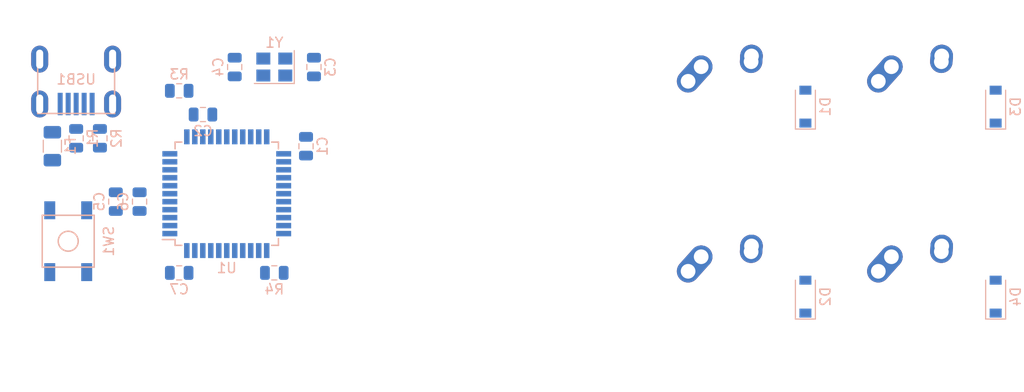
<source format=kicad_pcb>
(kicad_pcb (version 20171130) (host pcbnew "(5.0.2)-1")

  (general
    (thickness 1.6)
    (drawings 0)
    (tracks 0)
    (zones 0)
    (modules 24)
    (nets 49)
  )

  (page A4)
  (layers
    (0 F.Cu signal)
    (31 B.Cu signal)
    (32 B.Adhes user)
    (33 F.Adhes user)
    (34 B.Paste user)
    (35 F.Paste user)
    (36 B.SilkS user)
    (37 F.SilkS user)
    (38 B.Mask user)
    (39 F.Mask user)
    (40 Dwgs.User user)
    (41 Cmts.User user)
    (42 Eco1.User user)
    (43 Eco2.User user)
    (44 Edge.Cuts user)
    (45 Margin user)
    (46 B.CrtYd user)
    (47 F.CrtYd user)
    (48 B.Fab user)
    (49 F.Fab user)
  )

  (setup
    (last_trace_width 0.25)
    (trace_clearance 0.2)
    (zone_clearance 0.508)
    (zone_45_only no)
    (trace_min 0.2)
    (segment_width 0.2)
    (edge_width 0.15)
    (via_size 0.8)
    (via_drill 0.4)
    (via_min_size 0.4)
    (via_min_drill 0.3)
    (uvia_size 0.3)
    (uvia_drill 0.1)
    (uvias_allowed no)
    (uvia_min_size 0.2)
    (uvia_min_drill 0.1)
    (pcb_text_width 0.3)
    (pcb_text_size 1.5 1.5)
    (mod_edge_width 0.15)
    (mod_text_size 1 1)
    (mod_text_width 0.15)
    (pad_size 1.524 1.524)
    (pad_drill 0.762)
    (pad_to_mask_clearance 0.051)
    (solder_mask_min_width 0.25)
    (aux_axis_origin 0 0)
    (visible_elements 7FFFFFFF)
    (pcbplotparams
      (layerselection 0x010fc_ffffffff)
      (usegerberextensions false)
      (usegerberattributes false)
      (usegerberadvancedattributes false)
      (creategerberjobfile false)
      (excludeedgelayer true)
      (linewidth 0.100000)
      (plotframeref false)
      (viasonmask false)
      (mode 1)
      (useauxorigin false)
      (hpglpennumber 1)
      (hpglpenspeed 20)
      (hpglpendiameter 15.000000)
      (psnegative false)
      (psa4output false)
      (plotreference true)
      (plotvalue true)
      (plotinvisibletext false)
      (padsonsilk false)
      (subtractmaskfromsilk false)
      (outputformat 1)
      (mirror false)
      (drillshape 1)
      (scaleselection 1)
      (outputdirectory ""))
  )

  (net 0 "")
  (net 1 GND)
  (net 2 "Net-(R3-Pad2)")
  (net 3 "Net-(USB1-Pad2)")
  (net 4 D+)
  (net 5 D-)
  (net 6 VCC)
  (net 7 "Net-(R1-Pad1)")
  (net 8 "Net-(R2-Pad1)")
  (net 9 +5V)
  (net 10 "Net-(R4-Pad2)")
  (net 11 "Net-(U1-Pad1)")
  (net 12 "Net-(C6-Pad1)")
  (net 13 "Net-(U1-Pad8)")
  (net 14 "Net-(U1-Pad9)")
  (net 15 "Net-(U1-Pad10)")
  (net 16 "Net-(U1-Pad11)")
  (net 17 "Net-(U1-Pad12)")
  (net 18 "Net-(C4-Pad1)")
  (net 19 "Net-(C3-Pad1)")
  (net 20 "Net-(U1-Pad18)")
  (net 21 "Net-(U1-Pad19)")
  (net 22 "Net-(U1-Pad20)")
  (net 23 "Net-(U1-Pad21)")
  (net 24 "Net-(U1-Pad22)")
  (net 25 "Net-(U1-Pad25)")
  (net 26 "Net-(U1-Pad26)")
  (net 27 "Net-(U1-Pad27)")
  (net 28 "Net-(U1-Pad28)")
  (net 29 "Net-(U1-Pad29)")
  (net 30 "Net-(U1-Pad30)")
  (net 31 "Net-(U1-Pad31)")
  (net 32 "Net-(U1-Pad32)")
  (net 33 "Net-(U1-Pad36)")
  (net 34 "Net-(U1-Pad37)")
  (net 35 "Net-(U1-Pad38)")
  (net 36 "Net-(U1-Pad39)")
  (net 37 "Net-(U1-Pad40)")
  (net 38 "Net-(U1-Pad41)")
  (net 39 "Net-(U1-Pad42)")
  (net 40 "Net-(D1-Pad2)")
  (net 41 COL0)
  (net 42 "Net-(D2-Pad2)")
  (net 43 "Net-(D3-Pad2)")
  (net 44 COL1)
  (net 45 "Net-(D4-Pad2)")
  (net 46 ROW0)
  (net 47 ROW1)
  (net 48 "Net-(USB1-Pad6)")

  (net_class Default "This is the default net class."
    (clearance 0.2)
    (trace_width 0.25)
    (via_dia 0.8)
    (via_drill 0.4)
    (uvia_dia 0.3)
    (uvia_drill 0.1)
    (add_net +5V)
    (add_net COL0)
    (add_net COL1)
    (add_net D+)
    (add_net D-)
    (add_net GND)
    (add_net "Net-(C3-Pad1)")
    (add_net "Net-(C4-Pad1)")
    (add_net "Net-(C6-Pad1)")
    (add_net "Net-(D1-Pad2)")
    (add_net "Net-(D2-Pad2)")
    (add_net "Net-(D3-Pad2)")
    (add_net "Net-(D4-Pad2)")
    (add_net "Net-(R1-Pad1)")
    (add_net "Net-(R2-Pad1)")
    (add_net "Net-(R3-Pad2)")
    (add_net "Net-(R4-Pad2)")
    (add_net "Net-(U1-Pad1)")
    (add_net "Net-(U1-Pad10)")
    (add_net "Net-(U1-Pad11)")
    (add_net "Net-(U1-Pad12)")
    (add_net "Net-(U1-Pad18)")
    (add_net "Net-(U1-Pad19)")
    (add_net "Net-(U1-Pad20)")
    (add_net "Net-(U1-Pad21)")
    (add_net "Net-(U1-Pad22)")
    (add_net "Net-(U1-Pad25)")
    (add_net "Net-(U1-Pad26)")
    (add_net "Net-(U1-Pad27)")
    (add_net "Net-(U1-Pad28)")
    (add_net "Net-(U1-Pad29)")
    (add_net "Net-(U1-Pad30)")
    (add_net "Net-(U1-Pad31)")
    (add_net "Net-(U1-Pad32)")
    (add_net "Net-(U1-Pad36)")
    (add_net "Net-(U1-Pad37)")
    (add_net "Net-(U1-Pad38)")
    (add_net "Net-(U1-Pad39)")
    (add_net "Net-(U1-Pad40)")
    (add_net "Net-(U1-Pad41)")
    (add_net "Net-(U1-Pad42)")
    (add_net "Net-(U1-Pad8)")
    (add_net "Net-(U1-Pad9)")
    (add_net "Net-(USB1-Pad2)")
    (add_net "Net-(USB1-Pad6)")
    (add_net ROW0)
    (add_net ROW1)
    (add_net VCC)
  )

  (module Capacitor_SMD:C_0805_2012Metric (layer B.Cu) (tedit 5B36C52B) (tstamp 5D3BAD3F)
    (at 54.76875 84.93125 90)
    (descr "Capacitor SMD 0805 (2012 Metric), square (rectangular) end terminal, IPC_7351 nominal, (Body size source: https://docs.google.com/spreadsheets/d/1BsfQQcO9C6DZCsRaXUlFlo91Tg2WpOkGARC1WS5S8t0/edit?usp=sharing), generated with kicad-footprint-generator")
    (tags capacitor)
    (path /5D227304)
    (attr smd)
    (fp_text reference C1 (at 0 1.65 90) (layer B.SilkS)
      (effects (font (size 1 1) (thickness 0.15)) (justify mirror))
    )
    (fp_text value 0.1uF (at 0 -1.65 90) (layer B.Fab)
      (effects (font (size 1 1) (thickness 0.15)) (justify mirror))
    )
    (fp_line (start -1 -0.6) (end -1 0.6) (layer B.Fab) (width 0.1))
    (fp_line (start -1 0.6) (end 1 0.6) (layer B.Fab) (width 0.1))
    (fp_line (start 1 0.6) (end 1 -0.6) (layer B.Fab) (width 0.1))
    (fp_line (start 1 -0.6) (end -1 -0.6) (layer B.Fab) (width 0.1))
    (fp_line (start -0.258578 0.71) (end 0.258578 0.71) (layer B.SilkS) (width 0.12))
    (fp_line (start -0.258578 -0.71) (end 0.258578 -0.71) (layer B.SilkS) (width 0.12))
    (fp_line (start -1.68 -0.95) (end -1.68 0.95) (layer B.CrtYd) (width 0.05))
    (fp_line (start -1.68 0.95) (end 1.68 0.95) (layer B.CrtYd) (width 0.05))
    (fp_line (start 1.68 0.95) (end 1.68 -0.95) (layer B.CrtYd) (width 0.05))
    (fp_line (start 1.68 -0.95) (end -1.68 -0.95) (layer B.CrtYd) (width 0.05))
    (fp_text user %R (at 0 0 90) (layer B.Fab)
      (effects (font (size 0.5 0.5) (thickness 0.08)) (justify mirror))
    )
    (pad 1 smd roundrect (at -0.9375 0 90) (size 0.975 1.4) (layers B.Cu B.Paste B.Mask) (roundrect_rratio 0.25)
      (net 9 +5V))
    (pad 2 smd roundrect (at 0.9375 0 90) (size 0.975 1.4) (layers B.Cu B.Paste B.Mask) (roundrect_rratio 0.25)
      (net 1 GND))
    (model ${KISYS3DMOD}/Capacitor_SMD.3dshapes/C_0805_2012Metric.wrl
      (at (xyz 0 0 0))
      (scale (xyz 1 1 1))
      (rotate (xyz 0 0 0))
    )
  )

  (module Capacitor_SMD:C_0805_2012Metric (layer B.Cu) (tedit 5B36C52B) (tstamp 5D3BAD2E)
    (at 44.45 81.75625)
    (descr "Capacitor SMD 0805 (2012 Metric), square (rectangular) end terminal, IPC_7351 nominal, (Body size source: https://docs.google.com/spreadsheets/d/1BsfQQcO9C6DZCsRaXUlFlo91Tg2WpOkGARC1WS5S8t0/edit?usp=sharing), generated with kicad-footprint-generator")
    (tags capacitor)
    (path /5D227367)
    (attr smd)
    (fp_text reference C2 (at 0 1.65) (layer B.SilkS)
      (effects (font (size 1 1) (thickness 0.15)) (justify mirror))
    )
    (fp_text value 0.1uF (at 0 -1.65) (layer B.Fab)
      (effects (font (size 1 1) (thickness 0.15)) (justify mirror))
    )
    (fp_text user %R (at 0 0) (layer B.Fab)
      (effects (font (size 0.5 0.5) (thickness 0.08)) (justify mirror))
    )
    (fp_line (start 1.68 -0.95) (end -1.68 -0.95) (layer B.CrtYd) (width 0.05))
    (fp_line (start 1.68 0.95) (end 1.68 -0.95) (layer B.CrtYd) (width 0.05))
    (fp_line (start -1.68 0.95) (end 1.68 0.95) (layer B.CrtYd) (width 0.05))
    (fp_line (start -1.68 -0.95) (end -1.68 0.95) (layer B.CrtYd) (width 0.05))
    (fp_line (start -0.258578 -0.71) (end 0.258578 -0.71) (layer B.SilkS) (width 0.12))
    (fp_line (start -0.258578 0.71) (end 0.258578 0.71) (layer B.SilkS) (width 0.12))
    (fp_line (start 1 -0.6) (end -1 -0.6) (layer B.Fab) (width 0.1))
    (fp_line (start 1 0.6) (end 1 -0.6) (layer B.Fab) (width 0.1))
    (fp_line (start -1 0.6) (end 1 0.6) (layer B.Fab) (width 0.1))
    (fp_line (start -1 -0.6) (end -1 0.6) (layer B.Fab) (width 0.1))
    (pad 2 smd roundrect (at 0.9375 0) (size 0.975 1.4) (layers B.Cu B.Paste B.Mask) (roundrect_rratio 0.25)
      (net 1 GND))
    (pad 1 smd roundrect (at -0.9375 0) (size 0.975 1.4) (layers B.Cu B.Paste B.Mask) (roundrect_rratio 0.25)
      (net 9 +5V))
    (model ${KISYS3DMOD}/Capacitor_SMD.3dshapes/C_0805_2012Metric.wrl
      (at (xyz 0 0 0))
      (scale (xyz 1 1 1))
      (rotate (xyz 0 0 0))
    )
  )

  (module Capacitor_SMD:C_0805_2012Metric (layer B.Cu) (tedit 5B36C52B) (tstamp 5D3BAD1D)
    (at 55.5625 76.99375 90)
    (descr "Capacitor SMD 0805 (2012 Metric), square (rectangular) end terminal, IPC_7351 nominal, (Body size source: https://docs.google.com/spreadsheets/d/1BsfQQcO9C6DZCsRaXUlFlo91Tg2WpOkGARC1WS5S8t0/edit?usp=sharing), generated with kicad-footprint-generator")
    (tags capacitor)
    (path /5D22A638)
    (attr smd)
    (fp_text reference C3 (at 0 1.65 90) (layer B.SilkS)
      (effects (font (size 1 1) (thickness 0.15)) (justify mirror))
    )
    (fp_text value 22pF (at 0 -1.65 90) (layer B.Fab)
      (effects (font (size 1 1) (thickness 0.15)) (justify mirror))
    )
    (fp_line (start -1 -0.6) (end -1 0.6) (layer B.Fab) (width 0.1))
    (fp_line (start -1 0.6) (end 1 0.6) (layer B.Fab) (width 0.1))
    (fp_line (start 1 0.6) (end 1 -0.6) (layer B.Fab) (width 0.1))
    (fp_line (start 1 -0.6) (end -1 -0.6) (layer B.Fab) (width 0.1))
    (fp_line (start -0.258578 0.71) (end 0.258578 0.71) (layer B.SilkS) (width 0.12))
    (fp_line (start -0.258578 -0.71) (end 0.258578 -0.71) (layer B.SilkS) (width 0.12))
    (fp_line (start -1.68 -0.95) (end -1.68 0.95) (layer B.CrtYd) (width 0.05))
    (fp_line (start -1.68 0.95) (end 1.68 0.95) (layer B.CrtYd) (width 0.05))
    (fp_line (start 1.68 0.95) (end 1.68 -0.95) (layer B.CrtYd) (width 0.05))
    (fp_line (start 1.68 -0.95) (end -1.68 -0.95) (layer B.CrtYd) (width 0.05))
    (fp_text user %R (at 0 0 90) (layer B.Fab)
      (effects (font (size 0.5 0.5) (thickness 0.08)) (justify mirror))
    )
    (pad 1 smd roundrect (at -0.9375 0 90) (size 0.975 1.4) (layers B.Cu B.Paste B.Mask) (roundrect_rratio 0.25)
      (net 19 "Net-(C3-Pad1)"))
    (pad 2 smd roundrect (at 0.9375 0 90) (size 0.975 1.4) (layers B.Cu B.Paste B.Mask) (roundrect_rratio 0.25)
      (net 1 GND))
    (model ${KISYS3DMOD}/Capacitor_SMD.3dshapes/C_0805_2012Metric.wrl
      (at (xyz 0 0 0))
      (scale (xyz 1 1 1))
      (rotate (xyz 0 0 0))
    )
  )

  (module Capacitor_SMD:C_0805_2012Metric (layer B.Cu) (tedit 5B36C52B) (tstamp 5D3BAD0C)
    (at 47.625 76.99375 270)
    (descr "Capacitor SMD 0805 (2012 Metric), square (rectangular) end terminal, IPC_7351 nominal, (Body size source: https://docs.google.com/spreadsheets/d/1BsfQQcO9C6DZCsRaXUlFlo91Tg2WpOkGARC1WS5S8t0/edit?usp=sharing), generated with kicad-footprint-generator")
    (tags capacitor)
    (path /5D22A831)
    (attr smd)
    (fp_text reference C4 (at 0 1.65 270) (layer B.SilkS)
      (effects (font (size 1 1) (thickness 0.15)) (justify mirror))
    )
    (fp_text value 22pF (at 0 -1.65 270) (layer B.Fab)
      (effects (font (size 1 1) (thickness 0.15)) (justify mirror))
    )
    (fp_text user %R (at 0 0 270) (layer B.Fab)
      (effects (font (size 0.5 0.5) (thickness 0.08)) (justify mirror))
    )
    (fp_line (start 1.68 -0.95) (end -1.68 -0.95) (layer B.CrtYd) (width 0.05))
    (fp_line (start 1.68 0.95) (end 1.68 -0.95) (layer B.CrtYd) (width 0.05))
    (fp_line (start -1.68 0.95) (end 1.68 0.95) (layer B.CrtYd) (width 0.05))
    (fp_line (start -1.68 -0.95) (end -1.68 0.95) (layer B.CrtYd) (width 0.05))
    (fp_line (start -0.258578 -0.71) (end 0.258578 -0.71) (layer B.SilkS) (width 0.12))
    (fp_line (start -0.258578 0.71) (end 0.258578 0.71) (layer B.SilkS) (width 0.12))
    (fp_line (start 1 -0.6) (end -1 -0.6) (layer B.Fab) (width 0.1))
    (fp_line (start 1 0.6) (end 1 -0.6) (layer B.Fab) (width 0.1))
    (fp_line (start -1 0.6) (end 1 0.6) (layer B.Fab) (width 0.1))
    (fp_line (start -1 -0.6) (end -1 0.6) (layer B.Fab) (width 0.1))
    (pad 2 smd roundrect (at 0.9375 0 270) (size 0.975 1.4) (layers B.Cu B.Paste B.Mask) (roundrect_rratio 0.25)
      (net 1 GND))
    (pad 1 smd roundrect (at -0.9375 0 270) (size 0.975 1.4) (layers B.Cu B.Paste B.Mask) (roundrect_rratio 0.25)
      (net 18 "Net-(C4-Pad1)"))
    (model ${KISYS3DMOD}/Capacitor_SMD.3dshapes/C_0805_2012Metric.wrl
      (at (xyz 0 0 0))
      (scale (xyz 1 1 1))
      (rotate (xyz 0 0 0))
    )
  )

  (module Capacitor_SMD:C_0805_2012Metric (layer B.Cu) (tedit 5B36C52B) (tstamp 5D22BCB2)
    (at 35.71875 90.4875 270)
    (descr "Capacitor SMD 0805 (2012 Metric), square (rectangular) end terminal, IPC_7351 nominal, (Body size source: https://docs.google.com/spreadsheets/d/1BsfQQcO9C6DZCsRaXUlFlo91Tg2WpOkGARC1WS5S8t0/edit?usp=sharing), generated with kicad-footprint-generator")
    (tags capacitor)
    (path /5D22739A)
    (attr smd)
    (fp_text reference C5 (at 0 1.65 270) (layer B.SilkS)
      (effects (font (size 1 1) (thickness 0.15)) (justify mirror))
    )
    (fp_text value 0.1uF (at 0 -1.65 270) (layer B.Fab)
      (effects (font (size 1 1) (thickness 0.15)) (justify mirror))
    )
    (fp_line (start -1 -0.6) (end -1 0.6) (layer B.Fab) (width 0.1))
    (fp_line (start -1 0.6) (end 1 0.6) (layer B.Fab) (width 0.1))
    (fp_line (start 1 0.6) (end 1 -0.6) (layer B.Fab) (width 0.1))
    (fp_line (start 1 -0.6) (end -1 -0.6) (layer B.Fab) (width 0.1))
    (fp_line (start -0.258578 0.71) (end 0.258578 0.71) (layer B.SilkS) (width 0.12))
    (fp_line (start -0.258578 -0.71) (end 0.258578 -0.71) (layer B.SilkS) (width 0.12))
    (fp_line (start -1.68 -0.95) (end -1.68 0.95) (layer B.CrtYd) (width 0.05))
    (fp_line (start -1.68 0.95) (end 1.68 0.95) (layer B.CrtYd) (width 0.05))
    (fp_line (start 1.68 0.95) (end 1.68 -0.95) (layer B.CrtYd) (width 0.05))
    (fp_line (start 1.68 -0.95) (end -1.68 -0.95) (layer B.CrtYd) (width 0.05))
    (fp_text user %R (at 0 0 270) (layer B.Fab)
      (effects (font (size 0.5 0.5) (thickness 0.08)) (justify mirror))
    )
    (pad 1 smd roundrect (at -0.9375 0 270) (size 0.975 1.4) (layers B.Cu B.Paste B.Mask) (roundrect_rratio 0.25)
      (net 9 +5V))
    (pad 2 smd roundrect (at 0.9375 0 270) (size 0.975 1.4) (layers B.Cu B.Paste B.Mask) (roundrect_rratio 0.25)
      (net 1 GND))
    (model ${KISYS3DMOD}/Capacitor_SMD.3dshapes/C_0805_2012Metric.wrl
      (at (xyz 0 0 0))
      (scale (xyz 1 1 1))
      (rotate (xyz 0 0 0))
    )
  )

  (module Capacitor_SMD:C_0805_2012Metric (layer B.Cu) (tedit 5B36C52B) (tstamp 5D3BACEA)
    (at 38.1 90.4875 270)
    (descr "Capacitor SMD 0805 (2012 Metric), square (rectangular) end terminal, IPC_7351 nominal, (Body size source: https://docs.google.com/spreadsheets/d/1BsfQQcO9C6DZCsRaXUlFlo91Tg2WpOkGARC1WS5S8t0/edit?usp=sharing), generated with kicad-footprint-generator")
    (tags capacitor)
    (path /5D227355)
    (attr smd)
    (fp_text reference C6 (at 0 1.65 270) (layer B.SilkS)
      (effects (font (size 1 1) (thickness 0.15)) (justify mirror))
    )
    (fp_text value 1uF (at 0 -1.65 270) (layer B.Fab)
      (effects (font (size 1 1) (thickness 0.15)) (justify mirror))
    )
    (fp_text user %R (at 0 0 270) (layer B.Fab)
      (effects (font (size 0.5 0.5) (thickness 0.08)) (justify mirror))
    )
    (fp_line (start 1.68 -0.95) (end -1.68 -0.95) (layer B.CrtYd) (width 0.05))
    (fp_line (start 1.68 0.95) (end 1.68 -0.95) (layer B.CrtYd) (width 0.05))
    (fp_line (start -1.68 0.95) (end 1.68 0.95) (layer B.CrtYd) (width 0.05))
    (fp_line (start -1.68 -0.95) (end -1.68 0.95) (layer B.CrtYd) (width 0.05))
    (fp_line (start -0.258578 -0.71) (end 0.258578 -0.71) (layer B.SilkS) (width 0.12))
    (fp_line (start -0.258578 0.71) (end 0.258578 0.71) (layer B.SilkS) (width 0.12))
    (fp_line (start 1 -0.6) (end -1 -0.6) (layer B.Fab) (width 0.1))
    (fp_line (start 1 0.6) (end 1 -0.6) (layer B.Fab) (width 0.1))
    (fp_line (start -1 0.6) (end 1 0.6) (layer B.Fab) (width 0.1))
    (fp_line (start -1 -0.6) (end -1 0.6) (layer B.Fab) (width 0.1))
    (pad 2 smd roundrect (at 0.9375 0 270) (size 0.975 1.4) (layers B.Cu B.Paste B.Mask) (roundrect_rratio 0.25)
      (net 1 GND))
    (pad 1 smd roundrect (at -0.9375 0 270) (size 0.975 1.4) (layers B.Cu B.Paste B.Mask) (roundrect_rratio 0.25)
      (net 12 "Net-(C6-Pad1)"))
    (model ${KISYS3DMOD}/Capacitor_SMD.3dshapes/C_0805_2012Metric.wrl
      (at (xyz 0 0 0))
      (scale (xyz 1 1 1))
      (rotate (xyz 0 0 0))
    )
  )

  (module Capacitor_SMD:C_0805_2012Metric (layer B.Cu) (tedit 5B36C52B) (tstamp 5D3BACD9)
    (at 42.06875 97.63125)
    (descr "Capacitor SMD 0805 (2012 Metric), square (rectangular) end terminal, IPC_7351 nominal, (Body size source: https://docs.google.com/spreadsheets/d/1BsfQQcO9C6DZCsRaXUlFlo91Tg2WpOkGARC1WS5S8t0/edit?usp=sharing), generated with kicad-footprint-generator")
    (tags capacitor)
    (path /5D2273C6)
    (attr smd)
    (fp_text reference C7 (at 0 1.65) (layer B.SilkS)
      (effects (font (size 1 1) (thickness 0.15)) (justify mirror))
    )
    (fp_text value 10uF (at 0 -1.65) (layer B.Fab)
      (effects (font (size 1 1) (thickness 0.15)) (justify mirror))
    )
    (fp_line (start -1 -0.6) (end -1 0.6) (layer B.Fab) (width 0.1))
    (fp_line (start -1 0.6) (end 1 0.6) (layer B.Fab) (width 0.1))
    (fp_line (start 1 0.6) (end 1 -0.6) (layer B.Fab) (width 0.1))
    (fp_line (start 1 -0.6) (end -1 -0.6) (layer B.Fab) (width 0.1))
    (fp_line (start -0.258578 0.71) (end 0.258578 0.71) (layer B.SilkS) (width 0.12))
    (fp_line (start -0.258578 -0.71) (end 0.258578 -0.71) (layer B.SilkS) (width 0.12))
    (fp_line (start -1.68 -0.95) (end -1.68 0.95) (layer B.CrtYd) (width 0.05))
    (fp_line (start -1.68 0.95) (end 1.68 0.95) (layer B.CrtYd) (width 0.05))
    (fp_line (start 1.68 0.95) (end 1.68 -0.95) (layer B.CrtYd) (width 0.05))
    (fp_line (start 1.68 -0.95) (end -1.68 -0.95) (layer B.CrtYd) (width 0.05))
    (fp_text user %R (at 0 0) (layer B.Fab)
      (effects (font (size 0.5 0.5) (thickness 0.08)) (justify mirror))
    )
    (pad 1 smd roundrect (at -0.9375 0) (size 0.975 1.4) (layers B.Cu B.Paste B.Mask) (roundrect_rratio 0.25)
      (net 9 +5V))
    (pad 2 smd roundrect (at 0.9375 0) (size 0.975 1.4) (layers B.Cu B.Paste B.Mask) (roundrect_rratio 0.25)
      (net 1 GND))
    (model ${KISYS3DMOD}/Capacitor_SMD.3dshapes/C_0805_2012Metric.wrl
      (at (xyz 0 0 0))
      (scale (xyz 1 1 1))
      (rotate (xyz 0 0 0))
    )
  )

  (module Crystal:Crystal_SMD_3225-4Pin_3.2x2.5mm (layer B.Cu) (tedit 5A0FD1B2) (tstamp 5D3BACC8)
    (at 51.59375 76.99375 180)
    (descr "SMD Crystal SERIES SMD3225/4 http://www.txccrystal.com/images/pdf/7m-accuracy.pdf, 3.2x2.5mm^2 package")
    (tags "SMD SMT crystal")
    (path /5D229540)
    (attr smd)
    (fp_text reference Y1 (at 0 2.45 180) (layer B.SilkS)
      (effects (font (size 1 1) (thickness 0.15)) (justify mirror))
    )
    (fp_text value 16MHz (at 0 -2.45 180) (layer B.Fab)
      (effects (font (size 1 1) (thickness 0.15)) (justify mirror))
    )
    (fp_text user %R (at 0 0 180) (layer B.Fab)
      (effects (font (size 0.7 0.7) (thickness 0.105)) (justify mirror))
    )
    (fp_line (start -1.6 1.25) (end -1.6 -1.25) (layer B.Fab) (width 0.1))
    (fp_line (start -1.6 -1.25) (end 1.6 -1.25) (layer B.Fab) (width 0.1))
    (fp_line (start 1.6 -1.25) (end 1.6 1.25) (layer B.Fab) (width 0.1))
    (fp_line (start 1.6 1.25) (end -1.6 1.25) (layer B.Fab) (width 0.1))
    (fp_line (start -1.6 -0.25) (end -0.6 -1.25) (layer B.Fab) (width 0.1))
    (fp_line (start -2 1.65) (end -2 -1.65) (layer B.SilkS) (width 0.12))
    (fp_line (start -2 -1.65) (end 2 -1.65) (layer B.SilkS) (width 0.12))
    (fp_line (start -2.1 1.7) (end -2.1 -1.7) (layer B.CrtYd) (width 0.05))
    (fp_line (start -2.1 -1.7) (end 2.1 -1.7) (layer B.CrtYd) (width 0.05))
    (fp_line (start 2.1 -1.7) (end 2.1 1.7) (layer B.CrtYd) (width 0.05))
    (fp_line (start 2.1 1.7) (end -2.1 1.7) (layer B.CrtYd) (width 0.05))
    (pad 1 smd rect (at -1.1 -0.85 180) (size 1.4 1.2) (layers B.Cu B.Paste B.Mask)
      (net 19 "Net-(C3-Pad1)"))
    (pad 2 smd rect (at 1.1 -0.85 180) (size 1.4 1.2) (layers B.Cu B.Paste B.Mask)
      (net 1 GND))
    (pad 3 smd rect (at 1.1 0.85 180) (size 1.4 1.2) (layers B.Cu B.Paste B.Mask)
      (net 18 "Net-(C4-Pad1)"))
    (pad 4 smd rect (at -1.1 0.85 180) (size 1.4 1.2) (layers B.Cu B.Paste B.Mask)
      (net 1 GND))
    (model ${KISYS3DMOD}/Crystal.3dshapes/Crystal_SMD_3225-4Pin_3.2x2.5mm.wrl
      (at (xyz 0 0 0))
      (scale (xyz 1 1 1))
      (rotate (xyz 0 0 0))
    )
  )

  (module Diode_SMD:D_SOD-123 (layer B.Cu) (tedit 58645DC7) (tstamp 5D3BACB4)
    (at 123.825 100.0125 90)
    (descr SOD-123)
    (tags SOD-123)
    (path /5D22D6EE)
    (attr smd)
    (fp_text reference D4 (at 0 2 90) (layer B.SilkS)
      (effects (font (size 1 1) (thickness 0.15)) (justify mirror))
    )
    (fp_text value D_Small (at 0 -2.1 90) (layer B.Fab)
      (effects (font (size 1 1) (thickness 0.15)) (justify mirror))
    )
    (fp_line (start -2.25 1) (end 1.65 1) (layer B.SilkS) (width 0.12))
    (fp_line (start -2.25 -1) (end 1.65 -1) (layer B.SilkS) (width 0.12))
    (fp_line (start -2.35 1.15) (end -2.35 -1.15) (layer B.CrtYd) (width 0.05))
    (fp_line (start 2.35 -1.15) (end -2.35 -1.15) (layer B.CrtYd) (width 0.05))
    (fp_line (start 2.35 1.15) (end 2.35 -1.15) (layer B.CrtYd) (width 0.05))
    (fp_line (start -2.35 1.15) (end 2.35 1.15) (layer B.CrtYd) (width 0.05))
    (fp_line (start -1.4 0.9) (end 1.4 0.9) (layer B.Fab) (width 0.1))
    (fp_line (start 1.4 0.9) (end 1.4 -0.9) (layer B.Fab) (width 0.1))
    (fp_line (start 1.4 -0.9) (end -1.4 -0.9) (layer B.Fab) (width 0.1))
    (fp_line (start -1.4 -0.9) (end -1.4 0.9) (layer B.Fab) (width 0.1))
    (fp_line (start -0.75 0) (end -0.35 0) (layer B.Fab) (width 0.1))
    (fp_line (start -0.35 0) (end -0.35 0.55) (layer B.Fab) (width 0.1))
    (fp_line (start -0.35 0) (end -0.35 -0.55) (layer B.Fab) (width 0.1))
    (fp_line (start -0.35 0) (end 0.25 0.4) (layer B.Fab) (width 0.1))
    (fp_line (start 0.25 0.4) (end 0.25 -0.4) (layer B.Fab) (width 0.1))
    (fp_line (start 0.25 -0.4) (end -0.35 0) (layer B.Fab) (width 0.1))
    (fp_line (start 0.25 0) (end 0.75 0) (layer B.Fab) (width 0.1))
    (fp_line (start -2.25 1) (end -2.25 -1) (layer B.SilkS) (width 0.12))
    (fp_text user %R (at 0 2 90) (layer B.Fab)
      (effects (font (size 1 1) (thickness 0.15)) (justify mirror))
    )
    (pad 2 smd rect (at 1.65 0 90) (size 0.9 1.2) (layers B.Cu B.Paste B.Mask)
      (net 45 "Net-(D4-Pad2)"))
    (pad 1 smd rect (at -1.65 0 90) (size 0.9 1.2) (layers B.Cu B.Paste B.Mask)
      (net 47 ROW1))
    (model ${KISYS3DMOD}/Diode_SMD.3dshapes/D_SOD-123.wrl
      (at (xyz 0 0 0))
      (scale (xyz 1 1 1))
      (rotate (xyz 0 0 0))
    )
  )

  (module Diode_SMD:D_SOD-123 (layer B.Cu) (tedit 58645DC7) (tstamp 5D3BAC9B)
    (at 123.825 80.9625 90)
    (descr SOD-123)
    (tags SOD-123)
    (path /5D22C98B)
    (attr smd)
    (fp_text reference D3 (at 0 2 90) (layer B.SilkS)
      (effects (font (size 1 1) (thickness 0.15)) (justify mirror))
    )
    (fp_text value D_Small (at 0 -2.1 90) (layer B.Fab)
      (effects (font (size 1 1) (thickness 0.15)) (justify mirror))
    )
    (fp_text user %R (at 0 2 90) (layer B.Fab)
      (effects (font (size 1 1) (thickness 0.15)) (justify mirror))
    )
    (fp_line (start -2.25 1) (end -2.25 -1) (layer B.SilkS) (width 0.12))
    (fp_line (start 0.25 0) (end 0.75 0) (layer B.Fab) (width 0.1))
    (fp_line (start 0.25 -0.4) (end -0.35 0) (layer B.Fab) (width 0.1))
    (fp_line (start 0.25 0.4) (end 0.25 -0.4) (layer B.Fab) (width 0.1))
    (fp_line (start -0.35 0) (end 0.25 0.4) (layer B.Fab) (width 0.1))
    (fp_line (start -0.35 0) (end -0.35 -0.55) (layer B.Fab) (width 0.1))
    (fp_line (start -0.35 0) (end -0.35 0.55) (layer B.Fab) (width 0.1))
    (fp_line (start -0.75 0) (end -0.35 0) (layer B.Fab) (width 0.1))
    (fp_line (start -1.4 -0.9) (end -1.4 0.9) (layer B.Fab) (width 0.1))
    (fp_line (start 1.4 -0.9) (end -1.4 -0.9) (layer B.Fab) (width 0.1))
    (fp_line (start 1.4 0.9) (end 1.4 -0.9) (layer B.Fab) (width 0.1))
    (fp_line (start -1.4 0.9) (end 1.4 0.9) (layer B.Fab) (width 0.1))
    (fp_line (start -2.35 1.15) (end 2.35 1.15) (layer B.CrtYd) (width 0.05))
    (fp_line (start 2.35 1.15) (end 2.35 -1.15) (layer B.CrtYd) (width 0.05))
    (fp_line (start 2.35 -1.15) (end -2.35 -1.15) (layer B.CrtYd) (width 0.05))
    (fp_line (start -2.35 1.15) (end -2.35 -1.15) (layer B.CrtYd) (width 0.05))
    (fp_line (start -2.25 -1) (end 1.65 -1) (layer B.SilkS) (width 0.12))
    (fp_line (start -2.25 1) (end 1.65 1) (layer B.SilkS) (width 0.12))
    (pad 1 smd rect (at -1.65 0 90) (size 0.9 1.2) (layers B.Cu B.Paste B.Mask)
      (net 46 ROW0))
    (pad 2 smd rect (at 1.65 0 90) (size 0.9 1.2) (layers B.Cu B.Paste B.Mask)
      (net 43 "Net-(D3-Pad2)"))
    (model ${KISYS3DMOD}/Diode_SMD.3dshapes/D_SOD-123.wrl
      (at (xyz 0 0 0))
      (scale (xyz 1 1 1))
      (rotate (xyz 0 0 0))
    )
  )

  (module Diode_SMD:D_SOD-123 (layer B.Cu) (tedit 58645DC7) (tstamp 5D3BAC82)
    (at 104.775 100.0125 90)
    (descr SOD-123)
    (tags SOD-123)
    (path /5D22D6DF)
    (attr smd)
    (fp_text reference D2 (at 0 2 90) (layer B.SilkS)
      (effects (font (size 1 1) (thickness 0.15)) (justify mirror))
    )
    (fp_text value D_Small (at 0 -2.1 90) (layer B.Fab)
      (effects (font (size 1 1) (thickness 0.15)) (justify mirror))
    )
    (fp_line (start -2.25 1) (end 1.65 1) (layer B.SilkS) (width 0.12))
    (fp_line (start -2.25 -1) (end 1.65 -1) (layer B.SilkS) (width 0.12))
    (fp_line (start -2.35 1.15) (end -2.35 -1.15) (layer B.CrtYd) (width 0.05))
    (fp_line (start 2.35 -1.15) (end -2.35 -1.15) (layer B.CrtYd) (width 0.05))
    (fp_line (start 2.35 1.15) (end 2.35 -1.15) (layer B.CrtYd) (width 0.05))
    (fp_line (start -2.35 1.15) (end 2.35 1.15) (layer B.CrtYd) (width 0.05))
    (fp_line (start -1.4 0.9) (end 1.4 0.9) (layer B.Fab) (width 0.1))
    (fp_line (start 1.4 0.9) (end 1.4 -0.9) (layer B.Fab) (width 0.1))
    (fp_line (start 1.4 -0.9) (end -1.4 -0.9) (layer B.Fab) (width 0.1))
    (fp_line (start -1.4 -0.9) (end -1.4 0.9) (layer B.Fab) (width 0.1))
    (fp_line (start -0.75 0) (end -0.35 0) (layer B.Fab) (width 0.1))
    (fp_line (start -0.35 0) (end -0.35 0.55) (layer B.Fab) (width 0.1))
    (fp_line (start -0.35 0) (end -0.35 -0.55) (layer B.Fab) (width 0.1))
    (fp_line (start -0.35 0) (end 0.25 0.4) (layer B.Fab) (width 0.1))
    (fp_line (start 0.25 0.4) (end 0.25 -0.4) (layer B.Fab) (width 0.1))
    (fp_line (start 0.25 -0.4) (end -0.35 0) (layer B.Fab) (width 0.1))
    (fp_line (start 0.25 0) (end 0.75 0) (layer B.Fab) (width 0.1))
    (fp_line (start -2.25 1) (end -2.25 -1) (layer B.SilkS) (width 0.12))
    (fp_text user %R (at 0 2 90) (layer B.Fab)
      (effects (font (size 1 1) (thickness 0.15)) (justify mirror))
    )
    (pad 2 smd rect (at 1.65 0 90) (size 0.9 1.2) (layers B.Cu B.Paste B.Mask)
      (net 42 "Net-(D2-Pad2)"))
    (pad 1 smd rect (at -1.65 0 90) (size 0.9 1.2) (layers B.Cu B.Paste B.Mask)
      (net 47 ROW1))
    (model ${KISYS3DMOD}/Diode_SMD.3dshapes/D_SOD-123.wrl
      (at (xyz 0 0 0))
      (scale (xyz 1 1 1))
      (rotate (xyz 0 0 0))
    )
  )

  (module Diode_SMD:D_SOD-123 (layer B.Cu) (tedit 58645DC7) (tstamp 5D3BAC69)
    (at 104.775 80.9625 90)
    (descr SOD-123)
    (tags SOD-123)
    (path /5D22BC2C)
    (attr smd)
    (fp_text reference D1 (at 0 2 90) (layer B.SilkS)
      (effects (font (size 1 1) (thickness 0.15)) (justify mirror))
    )
    (fp_text value D_Small (at 0 -2.1 90) (layer B.Fab)
      (effects (font (size 1 1) (thickness 0.15)) (justify mirror))
    )
    (fp_text user %R (at 0 2 90) (layer B.Fab)
      (effects (font (size 1 1) (thickness 0.15)) (justify mirror))
    )
    (fp_line (start -2.25 1) (end -2.25 -1) (layer B.SilkS) (width 0.12))
    (fp_line (start 0.25 0) (end 0.75 0) (layer B.Fab) (width 0.1))
    (fp_line (start 0.25 -0.4) (end -0.35 0) (layer B.Fab) (width 0.1))
    (fp_line (start 0.25 0.4) (end 0.25 -0.4) (layer B.Fab) (width 0.1))
    (fp_line (start -0.35 0) (end 0.25 0.4) (layer B.Fab) (width 0.1))
    (fp_line (start -0.35 0) (end -0.35 -0.55) (layer B.Fab) (width 0.1))
    (fp_line (start -0.35 0) (end -0.35 0.55) (layer B.Fab) (width 0.1))
    (fp_line (start -0.75 0) (end -0.35 0) (layer B.Fab) (width 0.1))
    (fp_line (start -1.4 -0.9) (end -1.4 0.9) (layer B.Fab) (width 0.1))
    (fp_line (start 1.4 -0.9) (end -1.4 -0.9) (layer B.Fab) (width 0.1))
    (fp_line (start 1.4 0.9) (end 1.4 -0.9) (layer B.Fab) (width 0.1))
    (fp_line (start -1.4 0.9) (end 1.4 0.9) (layer B.Fab) (width 0.1))
    (fp_line (start -2.35 1.15) (end 2.35 1.15) (layer B.CrtYd) (width 0.05))
    (fp_line (start 2.35 1.15) (end 2.35 -1.15) (layer B.CrtYd) (width 0.05))
    (fp_line (start 2.35 -1.15) (end -2.35 -1.15) (layer B.CrtYd) (width 0.05))
    (fp_line (start -2.35 1.15) (end -2.35 -1.15) (layer B.CrtYd) (width 0.05))
    (fp_line (start -2.25 -1) (end 1.65 -1) (layer B.SilkS) (width 0.12))
    (fp_line (start -2.25 1) (end 1.65 1) (layer B.SilkS) (width 0.12))
    (pad 1 smd rect (at -1.65 0 90) (size 0.9 1.2) (layers B.Cu B.Paste B.Mask)
      (net 46 ROW0))
    (pad 2 smd rect (at 1.65 0 90) (size 0.9 1.2) (layers B.Cu B.Paste B.Mask)
      (net 40 "Net-(D1-Pad2)"))
    (model ${KISYS3DMOD}/Diode_SMD.3dshapes/D_SOD-123.wrl
      (at (xyz 0 0 0))
      (scale (xyz 1 1 1))
      (rotate (xyz 0 0 0))
    )
  )

  (module Fuse:Fuse_1206_3216Metric (layer B.Cu) (tedit 5B301BBE) (tstamp 5D3BAC50)
    (at 29.36875 84.93125 90)
    (descr "Fuse SMD 1206 (3216 Metric), square (rectangular) end terminal, IPC_7351 nominal, (Body size source: http://www.tortai-tech.com/upload/download/2011102023233369053.pdf), generated with kicad-footprint-generator")
    (tags resistor)
    (path /5D229526)
    (attr smd)
    (fp_text reference F1 (at 0 1.82 90) (layer B.SilkS)
      (effects (font (size 1 1) (thickness 0.15)) (justify mirror))
    )
    (fp_text value 500mA (at 0 -1.82 90) (layer B.Fab)
      (effects (font (size 1 1) (thickness 0.15)) (justify mirror))
    )
    (fp_line (start -1.6 -0.8) (end -1.6 0.8) (layer B.Fab) (width 0.1))
    (fp_line (start -1.6 0.8) (end 1.6 0.8) (layer B.Fab) (width 0.1))
    (fp_line (start 1.6 0.8) (end 1.6 -0.8) (layer B.Fab) (width 0.1))
    (fp_line (start 1.6 -0.8) (end -1.6 -0.8) (layer B.Fab) (width 0.1))
    (fp_line (start -0.602064 0.91) (end 0.602064 0.91) (layer B.SilkS) (width 0.12))
    (fp_line (start -0.602064 -0.91) (end 0.602064 -0.91) (layer B.SilkS) (width 0.12))
    (fp_line (start -2.28 -1.12) (end -2.28 1.12) (layer B.CrtYd) (width 0.05))
    (fp_line (start -2.28 1.12) (end 2.28 1.12) (layer B.CrtYd) (width 0.05))
    (fp_line (start 2.28 1.12) (end 2.28 -1.12) (layer B.CrtYd) (width 0.05))
    (fp_line (start 2.28 -1.12) (end -2.28 -1.12) (layer B.CrtYd) (width 0.05))
    (fp_text user %R (at 0 0 90) (layer B.Fab)
      (effects (font (size 0.8 0.8) (thickness 0.12)) (justify mirror))
    )
    (pad 1 smd roundrect (at -1.4 0 90) (size 1.25 1.75) (layers B.Cu B.Paste B.Mask) (roundrect_rratio 0.2)
      (net 9 +5V))
    (pad 2 smd roundrect (at 1.4 0 90) (size 1.25 1.75) (layers B.Cu B.Paste B.Mask) (roundrect_rratio 0.2)
      (net 6 VCC))
    (model ${KISYS3DMOD}/Fuse.3dshapes/Fuse_1206_3216Metric.wrl
      (at (xyz 0 0 0))
      (scale (xyz 1 1 1))
      (rotate (xyz 0 0 0))
    )
  )

  (module MX_Alps_Hybrid:MX-1U-NoLED (layer F.Cu) (tedit 5A9F5203) (tstamp 5D3BAC3F)
    (at 115.8875 100.0125)
    (path /5D22D6E7)
    (fp_text reference MX4 (at 0 3.175) (layer Dwgs.User)
      (effects (font (size 1 1) (thickness 0.15)))
    )
    (fp_text value MX-NoLED (at 0 -7.9375) (layer Dwgs.User)
      (effects (font (size 1 1) (thickness 0.15)))
    )
    (fp_line (start -9.525 9.525) (end -9.525 -9.525) (layer Dwgs.User) (width 0.15))
    (fp_line (start 9.525 9.525) (end -9.525 9.525) (layer Dwgs.User) (width 0.15))
    (fp_line (start 9.525 -9.525) (end 9.525 9.525) (layer Dwgs.User) (width 0.15))
    (fp_line (start -9.525 -9.525) (end 9.525 -9.525) (layer Dwgs.User) (width 0.15))
    (fp_line (start -7 -7) (end -7 -5) (layer Dwgs.User) (width 0.15))
    (fp_line (start -5 -7) (end -7 -7) (layer Dwgs.User) (width 0.15))
    (fp_line (start -7 7) (end -5 7) (layer Dwgs.User) (width 0.15))
    (fp_line (start -7 5) (end -7 7) (layer Dwgs.User) (width 0.15))
    (fp_line (start 7 7) (end 7 5) (layer Dwgs.User) (width 0.15))
    (fp_line (start 5 7) (end 7 7) (layer Dwgs.User) (width 0.15))
    (fp_line (start 7 -7) (end 7 -5) (layer Dwgs.User) (width 0.15))
    (fp_line (start 5 -7) (end 7 -7) (layer Dwgs.User) (width 0.15))
    (pad "" np_thru_hole circle (at 5.08 0 48.0996) (size 1.75 1.75) (drill 1.75) (layers *.Cu *.Mask))
    (pad "" np_thru_hole circle (at -5.08 0 48.0996) (size 1.75 1.75) (drill 1.75) (layers *.Cu *.Mask))
    (pad 1 thru_hole circle (at -2.5 -4) (size 2.25 2.25) (drill 1.47) (layers *.Cu B.Mask)
      (net 44 COL1))
    (pad "" np_thru_hole circle (at 0 0) (size 3.9878 3.9878) (drill 3.9878) (layers *.Cu *.Mask))
    (pad 1 thru_hole oval (at -3.81 -2.54 48.0996) (size 4.211556 2.25) (drill 1.47 (offset 0.980778 0)) (layers *.Cu B.Mask)
      (net 44 COL1))
    (pad 2 thru_hole circle (at 2.54 -5.08) (size 2.25 2.25) (drill 1.47) (layers *.Cu B.Mask)
      (net 45 "Net-(D4-Pad2)"))
    (pad 2 thru_hole oval (at 2.5 -4.5 86.0548) (size 2.831378 2.25) (drill 1.47 (offset 0.290689 0)) (layers *.Cu B.Mask)
      (net 45 "Net-(D4-Pad2)"))
  )

  (module MX_Alps_Hybrid:MX-1U-NoLED (layer F.Cu) (tedit 5A9F5203) (tstamp 5D3BAC28)
    (at 115.8875 80.9625)
    (path /5D22C984)
    (fp_text reference MX3 (at 0 3.175) (layer Dwgs.User)
      (effects (font (size 1 1) (thickness 0.15)))
    )
    (fp_text value MX-NoLED (at 0 -7.9375) (layer Dwgs.User)
      (effects (font (size 1 1) (thickness 0.15)))
    )
    (fp_line (start 5 -7) (end 7 -7) (layer Dwgs.User) (width 0.15))
    (fp_line (start 7 -7) (end 7 -5) (layer Dwgs.User) (width 0.15))
    (fp_line (start 5 7) (end 7 7) (layer Dwgs.User) (width 0.15))
    (fp_line (start 7 7) (end 7 5) (layer Dwgs.User) (width 0.15))
    (fp_line (start -7 5) (end -7 7) (layer Dwgs.User) (width 0.15))
    (fp_line (start -7 7) (end -5 7) (layer Dwgs.User) (width 0.15))
    (fp_line (start -5 -7) (end -7 -7) (layer Dwgs.User) (width 0.15))
    (fp_line (start -7 -7) (end -7 -5) (layer Dwgs.User) (width 0.15))
    (fp_line (start -9.525 -9.525) (end 9.525 -9.525) (layer Dwgs.User) (width 0.15))
    (fp_line (start 9.525 -9.525) (end 9.525 9.525) (layer Dwgs.User) (width 0.15))
    (fp_line (start 9.525 9.525) (end -9.525 9.525) (layer Dwgs.User) (width 0.15))
    (fp_line (start -9.525 9.525) (end -9.525 -9.525) (layer Dwgs.User) (width 0.15))
    (pad 2 thru_hole oval (at 2.5 -4.5 86.0548) (size 2.831378 2.25) (drill 1.47 (offset 0.290689 0)) (layers *.Cu B.Mask)
      (net 43 "Net-(D3-Pad2)"))
    (pad 2 thru_hole circle (at 2.54 -5.08) (size 2.25 2.25) (drill 1.47) (layers *.Cu B.Mask)
      (net 43 "Net-(D3-Pad2)"))
    (pad 1 thru_hole oval (at -3.81 -2.54 48.0996) (size 4.211556 2.25) (drill 1.47 (offset 0.980778 0)) (layers *.Cu B.Mask)
      (net 44 COL1))
    (pad "" np_thru_hole circle (at 0 0) (size 3.9878 3.9878) (drill 3.9878) (layers *.Cu *.Mask))
    (pad 1 thru_hole circle (at -2.5 -4) (size 2.25 2.25) (drill 1.47) (layers *.Cu B.Mask)
      (net 44 COL1))
    (pad "" np_thru_hole circle (at -5.08 0 48.0996) (size 1.75 1.75) (drill 1.75) (layers *.Cu *.Mask))
    (pad "" np_thru_hole circle (at 5.08 0 48.0996) (size 1.75 1.75) (drill 1.75) (layers *.Cu *.Mask))
  )

  (module MX_Alps_Hybrid:MX-1U-NoLED (layer F.Cu) (tedit 5A9F5203) (tstamp 5D3BAC11)
    (at 96.8375 100.0125)
    (path /5D22D6D8)
    (fp_text reference MX2 (at 0 3.175) (layer Dwgs.User)
      (effects (font (size 1 1) (thickness 0.15)))
    )
    (fp_text value MX-NoLED (at 0 -7.9375) (layer Dwgs.User)
      (effects (font (size 1 1) (thickness 0.15)))
    )
    (fp_line (start -9.525 9.525) (end -9.525 -9.525) (layer Dwgs.User) (width 0.15))
    (fp_line (start 9.525 9.525) (end -9.525 9.525) (layer Dwgs.User) (width 0.15))
    (fp_line (start 9.525 -9.525) (end 9.525 9.525) (layer Dwgs.User) (width 0.15))
    (fp_line (start -9.525 -9.525) (end 9.525 -9.525) (layer Dwgs.User) (width 0.15))
    (fp_line (start -7 -7) (end -7 -5) (layer Dwgs.User) (width 0.15))
    (fp_line (start -5 -7) (end -7 -7) (layer Dwgs.User) (width 0.15))
    (fp_line (start -7 7) (end -5 7) (layer Dwgs.User) (width 0.15))
    (fp_line (start -7 5) (end -7 7) (layer Dwgs.User) (width 0.15))
    (fp_line (start 7 7) (end 7 5) (layer Dwgs.User) (width 0.15))
    (fp_line (start 5 7) (end 7 7) (layer Dwgs.User) (width 0.15))
    (fp_line (start 7 -7) (end 7 -5) (layer Dwgs.User) (width 0.15))
    (fp_line (start 5 -7) (end 7 -7) (layer Dwgs.User) (width 0.15))
    (pad "" np_thru_hole circle (at 5.08 0 48.0996) (size 1.75 1.75) (drill 1.75) (layers *.Cu *.Mask))
    (pad "" np_thru_hole circle (at -5.08 0 48.0996) (size 1.75 1.75) (drill 1.75) (layers *.Cu *.Mask))
    (pad 1 thru_hole circle (at -2.5 -4) (size 2.25 2.25) (drill 1.47) (layers *.Cu B.Mask)
      (net 41 COL0))
    (pad "" np_thru_hole circle (at 0 0) (size 3.9878 3.9878) (drill 3.9878) (layers *.Cu *.Mask))
    (pad 1 thru_hole oval (at -3.81 -2.54 48.0996) (size 4.211556 2.25) (drill 1.47 (offset 0.980778 0)) (layers *.Cu B.Mask)
      (net 41 COL0))
    (pad 2 thru_hole circle (at 2.54 -5.08) (size 2.25 2.25) (drill 1.47) (layers *.Cu B.Mask)
      (net 42 "Net-(D2-Pad2)"))
    (pad 2 thru_hole oval (at 2.5 -4.5 86.0548) (size 2.831378 2.25) (drill 1.47 (offset 0.290689 0)) (layers *.Cu B.Mask)
      (net 42 "Net-(D2-Pad2)"))
  )

  (module MX_Alps_Hybrid:MX-1U-NoLED (layer F.Cu) (tedit 5A9F5203) (tstamp 5D3BABFA)
    (at 96.8375 80.9625)
    (path /5D22BB94)
    (fp_text reference MX1 (at 0 3.175) (layer Dwgs.User)
      (effects (font (size 1 1) (thickness 0.15)))
    )
    (fp_text value MX-NoLED (at 0 -7.9375) (layer Dwgs.User)
      (effects (font (size 1 1) (thickness 0.15)))
    )
    (fp_line (start 5 -7) (end 7 -7) (layer Dwgs.User) (width 0.15))
    (fp_line (start 7 -7) (end 7 -5) (layer Dwgs.User) (width 0.15))
    (fp_line (start 5 7) (end 7 7) (layer Dwgs.User) (width 0.15))
    (fp_line (start 7 7) (end 7 5) (layer Dwgs.User) (width 0.15))
    (fp_line (start -7 5) (end -7 7) (layer Dwgs.User) (width 0.15))
    (fp_line (start -7 7) (end -5 7) (layer Dwgs.User) (width 0.15))
    (fp_line (start -5 -7) (end -7 -7) (layer Dwgs.User) (width 0.15))
    (fp_line (start -7 -7) (end -7 -5) (layer Dwgs.User) (width 0.15))
    (fp_line (start -9.525 -9.525) (end 9.525 -9.525) (layer Dwgs.User) (width 0.15))
    (fp_line (start 9.525 -9.525) (end 9.525 9.525) (layer Dwgs.User) (width 0.15))
    (fp_line (start 9.525 9.525) (end -9.525 9.525) (layer Dwgs.User) (width 0.15))
    (fp_line (start -9.525 9.525) (end -9.525 -9.525) (layer Dwgs.User) (width 0.15))
    (pad 2 thru_hole oval (at 2.5 -4.5 86.0548) (size 2.831378 2.25) (drill 1.47 (offset 0.290689 0)) (layers *.Cu B.Mask)
      (net 40 "Net-(D1-Pad2)"))
    (pad 2 thru_hole circle (at 2.54 -5.08) (size 2.25 2.25) (drill 1.47) (layers *.Cu B.Mask)
      (net 40 "Net-(D1-Pad2)"))
    (pad 1 thru_hole oval (at -3.81 -2.54 48.0996) (size 4.211556 2.25) (drill 1.47 (offset 0.980778 0)) (layers *.Cu B.Mask)
      (net 41 COL0))
    (pad "" np_thru_hole circle (at 0 0) (size 3.9878 3.9878) (drill 3.9878) (layers *.Cu *.Mask))
    (pad 1 thru_hole circle (at -2.5 -4) (size 2.25 2.25) (drill 1.47) (layers *.Cu B.Mask)
      (net 41 COL0))
    (pad "" np_thru_hole circle (at -5.08 0 48.0996) (size 1.75 1.75) (drill 1.75) (layers *.Cu *.Mask))
    (pad "" np_thru_hole circle (at 5.08 0 48.0996) (size 1.75 1.75) (drill 1.75) (layers *.Cu *.Mask))
  )

  (module Package_QFP:TQFP-44_10x10mm_P0.8mm (layer B.Cu) (tedit 5A02F146) (tstamp 5D3BB0DB)
    (at 46.83125 89.69375)
    (descr "44-Lead Plastic Thin Quad Flatpack (PT) - 10x10x1.0 mm Body [TQFP] (see Microchip Packaging Specification 00000049BS.pdf)")
    (tags "QFP 0.8")
    (path /5D226288)
    (attr smd)
    (fp_text reference U1 (at 0 7.45) (layer B.SilkS)
      (effects (font (size 1 1) (thickness 0.15)) (justify mirror))
    )
    (fp_text value ATmega32U4-AU (at 0 -7.45) (layer B.Fab)
      (effects (font (size 1 1) (thickness 0.15)) (justify mirror))
    )
    (fp_text user %R (at 0 0) (layer B.Fab)
      (effects (font (size 1 1) (thickness 0.15)) (justify mirror))
    )
    (fp_line (start -4 5) (end 5 5) (layer B.Fab) (width 0.15))
    (fp_line (start 5 5) (end 5 -5) (layer B.Fab) (width 0.15))
    (fp_line (start 5 -5) (end -5 -5) (layer B.Fab) (width 0.15))
    (fp_line (start -5 -5) (end -5 4) (layer B.Fab) (width 0.15))
    (fp_line (start -5 4) (end -4 5) (layer B.Fab) (width 0.15))
    (fp_line (start -6.7 6.7) (end -6.7 -6.7) (layer B.CrtYd) (width 0.05))
    (fp_line (start 6.7 6.7) (end 6.7 -6.7) (layer B.CrtYd) (width 0.05))
    (fp_line (start -6.7 6.7) (end 6.7 6.7) (layer B.CrtYd) (width 0.05))
    (fp_line (start -6.7 -6.7) (end 6.7 -6.7) (layer B.CrtYd) (width 0.05))
    (fp_line (start -5.175 5.175) (end -5.175 4.6) (layer B.SilkS) (width 0.15))
    (fp_line (start 5.175 5.175) (end 5.175 4.5) (layer B.SilkS) (width 0.15))
    (fp_line (start 5.175 -5.175) (end 5.175 -4.5) (layer B.SilkS) (width 0.15))
    (fp_line (start -5.175 -5.175) (end -5.175 -4.5) (layer B.SilkS) (width 0.15))
    (fp_line (start -5.175 5.175) (end -4.5 5.175) (layer B.SilkS) (width 0.15))
    (fp_line (start -5.175 -5.175) (end -4.5 -5.175) (layer B.SilkS) (width 0.15))
    (fp_line (start 5.175 -5.175) (end 4.5 -5.175) (layer B.SilkS) (width 0.15))
    (fp_line (start 5.175 5.175) (end 4.5 5.175) (layer B.SilkS) (width 0.15))
    (fp_line (start -5.175 4.6) (end -6.45 4.6) (layer B.SilkS) (width 0.15))
    (pad 1 smd rect (at -5.7 4) (size 1.5 0.55) (layers B.Cu B.Paste B.Mask)
      (net 11 "Net-(U1-Pad1)"))
    (pad 2 smd rect (at -5.7 3.2) (size 1.5 0.55) (layers B.Cu B.Paste B.Mask)
      (net 9 +5V))
    (pad 3 smd rect (at -5.7 2.4) (size 1.5 0.55) (layers B.Cu B.Paste B.Mask)
      (net 7 "Net-(R1-Pad1)"))
    (pad 4 smd rect (at -5.7 1.6) (size 1.5 0.55) (layers B.Cu B.Paste B.Mask)
      (net 8 "Net-(R2-Pad1)"))
    (pad 5 smd rect (at -5.7 0.8) (size 1.5 0.55) (layers B.Cu B.Paste B.Mask)
      (net 1 GND))
    (pad 6 smd rect (at -5.7 0) (size 1.5 0.55) (layers B.Cu B.Paste B.Mask)
      (net 12 "Net-(C6-Pad1)"))
    (pad 7 smd rect (at -5.7 -0.8) (size 1.5 0.55) (layers B.Cu B.Paste B.Mask)
      (net 9 +5V))
    (pad 8 smd rect (at -5.7 -1.6) (size 1.5 0.55) (layers B.Cu B.Paste B.Mask)
      (net 13 "Net-(U1-Pad8)"))
    (pad 9 smd rect (at -5.7 -2.4) (size 1.5 0.55) (layers B.Cu B.Paste B.Mask)
      (net 14 "Net-(U1-Pad9)"))
    (pad 10 smd rect (at -5.7 -3.2) (size 1.5 0.55) (layers B.Cu B.Paste B.Mask)
      (net 15 "Net-(U1-Pad10)"))
    (pad 11 smd rect (at -5.7 -4) (size 1.5 0.55) (layers B.Cu B.Paste B.Mask)
      (net 16 "Net-(U1-Pad11)"))
    (pad 12 smd rect (at -4 -5.7 270) (size 1.5 0.55) (layers B.Cu B.Paste B.Mask)
      (net 17 "Net-(U1-Pad12)"))
    (pad 13 smd rect (at -3.2 -5.7 270) (size 1.5 0.55) (layers B.Cu B.Paste B.Mask)
      (net 2 "Net-(R3-Pad2)"))
    (pad 14 smd rect (at -2.4 -5.7 270) (size 1.5 0.55) (layers B.Cu B.Paste B.Mask)
      (net 9 +5V))
    (pad 15 smd rect (at -1.6 -5.7 270) (size 1.5 0.55) (layers B.Cu B.Paste B.Mask)
      (net 1 GND))
    (pad 16 smd rect (at -0.8 -5.7 270) (size 1.5 0.55) (layers B.Cu B.Paste B.Mask)
      (net 18 "Net-(C4-Pad1)"))
    (pad 17 smd rect (at 0 -5.7 270) (size 1.5 0.55) (layers B.Cu B.Paste B.Mask)
      (net 19 "Net-(C3-Pad1)"))
    (pad 18 smd rect (at 0.8 -5.7 270) (size 1.5 0.55) (layers B.Cu B.Paste B.Mask)
      (net 20 "Net-(U1-Pad18)"))
    (pad 19 smd rect (at 1.6 -5.7 270) (size 1.5 0.55) (layers B.Cu B.Paste B.Mask)
      (net 21 "Net-(U1-Pad19)"))
    (pad 20 smd rect (at 2.4 -5.7 270) (size 1.5 0.55) (layers B.Cu B.Paste B.Mask)
      (net 22 "Net-(U1-Pad20)"))
    (pad 21 smd rect (at 3.2 -5.7 270) (size 1.5 0.55) (layers B.Cu B.Paste B.Mask)
      (net 23 "Net-(U1-Pad21)"))
    (pad 22 smd rect (at 4 -5.7 270) (size 1.5 0.55) (layers B.Cu B.Paste B.Mask)
      (net 24 "Net-(U1-Pad22)"))
    (pad 23 smd rect (at 5.7 -4) (size 1.5 0.55) (layers B.Cu B.Paste B.Mask)
      (net 1 GND))
    (pad 24 smd rect (at 5.7 -3.2) (size 1.5 0.55) (layers B.Cu B.Paste B.Mask)
      (net 9 +5V))
    (pad 25 smd rect (at 5.7 -2.4) (size 1.5 0.55) (layers B.Cu B.Paste B.Mask)
      (net 25 "Net-(U1-Pad25)"))
    (pad 26 smd rect (at 5.7 -1.6) (size 1.5 0.55) (layers B.Cu B.Paste B.Mask)
      (net 26 "Net-(U1-Pad26)"))
    (pad 27 smd rect (at 5.7 -0.8) (size 1.5 0.55) (layers B.Cu B.Paste B.Mask)
      (net 27 "Net-(U1-Pad27)"))
    (pad 28 smd rect (at 5.7 0) (size 1.5 0.55) (layers B.Cu B.Paste B.Mask)
      (net 28 "Net-(U1-Pad28)"))
    (pad 29 smd rect (at 5.7 0.8) (size 1.5 0.55) (layers B.Cu B.Paste B.Mask)
      (net 29 "Net-(U1-Pad29)"))
    (pad 30 smd rect (at 5.7 1.6) (size 1.5 0.55) (layers B.Cu B.Paste B.Mask)
      (net 30 "Net-(U1-Pad30)"))
    (pad 31 smd rect (at 5.7 2.4) (size 1.5 0.55) (layers B.Cu B.Paste B.Mask)
      (net 31 "Net-(U1-Pad31)"))
    (pad 32 smd rect (at 5.7 3.2) (size 1.5 0.55) (layers B.Cu B.Paste B.Mask)
      (net 32 "Net-(U1-Pad32)"))
    (pad 33 smd rect (at 5.7 4) (size 1.5 0.55) (layers B.Cu B.Paste B.Mask)
      (net 10 "Net-(R4-Pad2)"))
    (pad 34 smd rect (at 4 5.7 270) (size 1.5 0.55) (layers B.Cu B.Paste B.Mask)
      (net 9 +5V))
    (pad 35 smd rect (at 3.2 5.7 270) (size 1.5 0.55) (layers B.Cu B.Paste B.Mask)
      (net 1 GND))
    (pad 36 smd rect (at 2.4 5.7 270) (size 1.5 0.55) (layers B.Cu B.Paste B.Mask)
      (net 33 "Net-(U1-Pad36)"))
    (pad 37 smd rect (at 1.6 5.7 270) (size 1.5 0.55) (layers B.Cu B.Paste B.Mask)
      (net 34 "Net-(U1-Pad37)"))
    (pad 38 smd rect (at 0.8 5.7 270) (size 1.5 0.55) (layers B.Cu B.Paste B.Mask)
      (net 35 "Net-(U1-Pad38)"))
    (pad 39 smd rect (at 0 5.7 270) (size 1.5 0.55) (layers B.Cu B.Paste B.Mask)
      (net 36 "Net-(U1-Pad39)"))
    (pad 40 smd rect (at -0.8 5.7 270) (size 1.5 0.55) (layers B.Cu B.Paste B.Mask)
      (net 37 "Net-(U1-Pad40)"))
    (pad 41 smd rect (at -1.6 5.7 270) (size 1.5 0.55) (layers B.Cu B.Paste B.Mask)
      (net 38 "Net-(U1-Pad41)"))
    (pad 42 smd rect (at -2.4 5.7 270) (size 1.5 0.55) (layers B.Cu B.Paste B.Mask)
      (net 39 "Net-(U1-Pad42)"))
    (pad 43 smd rect (at -3.2 5.7 270) (size 1.5 0.55) (layers B.Cu B.Paste B.Mask)
      (net 1 GND))
    (pad 44 smd rect (at -4 5.7 270) (size 1.5 0.55) (layers B.Cu B.Paste B.Mask)
      (net 9 +5V))
    (model ${KISYS3DMOD}/Package_QFP.3dshapes/TQFP-44_10x10mm_P0.8mm.wrl
      (at (xyz 0 0 0))
      (scale (xyz 1 1 1))
      (rotate (xyz 0 0 0))
    )
  )

  (module Resistor_SMD:R_0805_2012Metric (layer B.Cu) (tedit 5B36C52B) (tstamp 5D3BABA0)
    (at 51.59375 97.63125)
    (descr "Resistor SMD 0805 (2012 Metric), square (rectangular) end terminal, IPC_7351 nominal, (Body size source: https://docs.google.com/spreadsheets/d/1BsfQQcO9C6DZCsRaXUlFlo91Tg2WpOkGARC1WS5S8t0/edit?usp=sharing), generated with kicad-footprint-generator")
    (tags resistor)
    (path /5D2264F2)
    (attr smd)
    (fp_text reference R4 (at 0 1.65) (layer B.SilkS)
      (effects (font (size 1 1) (thickness 0.15)) (justify mirror))
    )
    (fp_text value 10k (at 0 -1.65) (layer B.Fab)
      (effects (font (size 1 1) (thickness 0.15)) (justify mirror))
    )
    (fp_text user %R (at 0 0) (layer B.Fab)
      (effects (font (size 0.5 0.5) (thickness 0.08)) (justify mirror))
    )
    (fp_line (start 1.68 -0.95) (end -1.68 -0.95) (layer B.CrtYd) (width 0.05))
    (fp_line (start 1.68 0.95) (end 1.68 -0.95) (layer B.CrtYd) (width 0.05))
    (fp_line (start -1.68 0.95) (end 1.68 0.95) (layer B.CrtYd) (width 0.05))
    (fp_line (start -1.68 -0.95) (end -1.68 0.95) (layer B.CrtYd) (width 0.05))
    (fp_line (start -0.258578 -0.71) (end 0.258578 -0.71) (layer B.SilkS) (width 0.12))
    (fp_line (start -0.258578 0.71) (end 0.258578 0.71) (layer B.SilkS) (width 0.12))
    (fp_line (start 1 -0.6) (end -1 -0.6) (layer B.Fab) (width 0.1))
    (fp_line (start 1 0.6) (end 1 -0.6) (layer B.Fab) (width 0.1))
    (fp_line (start -1 0.6) (end 1 0.6) (layer B.Fab) (width 0.1))
    (fp_line (start -1 -0.6) (end -1 0.6) (layer B.Fab) (width 0.1))
    (pad 2 smd roundrect (at 0.9375 0) (size 0.975 1.4) (layers B.Cu B.Paste B.Mask) (roundrect_rratio 0.25)
      (net 10 "Net-(R4-Pad2)"))
    (pad 1 smd roundrect (at -0.9375 0) (size 0.975 1.4) (layers B.Cu B.Paste B.Mask) (roundrect_rratio 0.25)
      (net 1 GND))
    (model ${KISYS3DMOD}/Resistor_SMD.3dshapes/R_0805_2012Metric.wrl
      (at (xyz 0 0 0))
      (scale (xyz 1 1 1))
      (rotate (xyz 0 0 0))
    )
  )

  (module Resistor_SMD:R_0805_2012Metric (layer B.Cu) (tedit 5B36C52B) (tstamp 5D22BC1A)
    (at 42.06875 79.375 180)
    (descr "Resistor SMD 0805 (2012 Metric), square (rectangular) end terminal, IPC_7351 nominal, (Body size source: https://docs.google.com/spreadsheets/d/1BsfQQcO9C6DZCsRaXUlFlo91Tg2WpOkGARC1WS5S8t0/edit?usp=sharing), generated with kicad-footprint-generator")
    (tags resistor)
    (path /5D2311BB)
    (attr smd)
    (fp_text reference R3 (at 0 1.65 180) (layer B.SilkS)
      (effects (font (size 1 1) (thickness 0.15)) (justify mirror))
    )
    (fp_text value 10k (at 0 -1.65 180) (layer B.Fab)
      (effects (font (size 1 1) (thickness 0.15)) (justify mirror))
    )
    (fp_line (start -1 -0.6) (end -1 0.6) (layer B.Fab) (width 0.1))
    (fp_line (start -1 0.6) (end 1 0.6) (layer B.Fab) (width 0.1))
    (fp_line (start 1 0.6) (end 1 -0.6) (layer B.Fab) (width 0.1))
    (fp_line (start 1 -0.6) (end -1 -0.6) (layer B.Fab) (width 0.1))
    (fp_line (start -0.258578 0.71) (end 0.258578 0.71) (layer B.SilkS) (width 0.12))
    (fp_line (start -0.258578 -0.71) (end 0.258578 -0.71) (layer B.SilkS) (width 0.12))
    (fp_line (start -1.68 -0.95) (end -1.68 0.95) (layer B.CrtYd) (width 0.05))
    (fp_line (start -1.68 0.95) (end 1.68 0.95) (layer B.CrtYd) (width 0.05))
    (fp_line (start 1.68 0.95) (end 1.68 -0.95) (layer B.CrtYd) (width 0.05))
    (fp_line (start 1.68 -0.95) (end -1.68 -0.95) (layer B.CrtYd) (width 0.05))
    (fp_text user %R (at 0 0 180) (layer B.Fab)
      (effects (font (size 0.5 0.5) (thickness 0.08)) (justify mirror))
    )
    (pad 1 smd roundrect (at -0.9375 0 180) (size 0.975 1.4) (layers B.Cu B.Paste B.Mask) (roundrect_rratio 0.25)
      (net 9 +5V))
    (pad 2 smd roundrect (at 0.9375 0 180) (size 0.975 1.4) (layers B.Cu B.Paste B.Mask) (roundrect_rratio 0.25)
      (net 2 "Net-(R3-Pad2)"))
    (model ${KISYS3DMOD}/Resistor_SMD.3dshapes/R_0805_2012Metric.wrl
      (at (xyz 0 0 0))
      (scale (xyz 1 1 1))
      (rotate (xyz 0 0 0))
    )
  )

  (module Resistor_SMD:R_0805_2012Metric (layer B.Cu) (tedit 5B36C52B) (tstamp 5D3BAB7E)
    (at 34.13125 84.1375 90)
    (descr "Resistor SMD 0805 (2012 Metric), square (rectangular) end terminal, IPC_7351 nominal, (Body size source: https://docs.google.com/spreadsheets/d/1BsfQQcO9C6DZCsRaXUlFlo91Tg2WpOkGARC1WS5S8t0/edit?usp=sharing), generated with kicad-footprint-generator")
    (tags resistor)
    (path /5D226763)
    (attr smd)
    (fp_text reference R2 (at 0 1.65 90) (layer B.SilkS)
      (effects (font (size 1 1) (thickness 0.15)) (justify mirror))
    )
    (fp_text value 22 (at 0 -1.65 90) (layer B.Fab)
      (effects (font (size 1 1) (thickness 0.15)) (justify mirror))
    )
    (fp_text user %R (at 0 0 90) (layer B.Fab)
      (effects (font (size 0.5 0.5) (thickness 0.08)) (justify mirror))
    )
    (fp_line (start 1.68 -0.95) (end -1.68 -0.95) (layer B.CrtYd) (width 0.05))
    (fp_line (start 1.68 0.95) (end 1.68 -0.95) (layer B.CrtYd) (width 0.05))
    (fp_line (start -1.68 0.95) (end 1.68 0.95) (layer B.CrtYd) (width 0.05))
    (fp_line (start -1.68 -0.95) (end -1.68 0.95) (layer B.CrtYd) (width 0.05))
    (fp_line (start -0.258578 -0.71) (end 0.258578 -0.71) (layer B.SilkS) (width 0.12))
    (fp_line (start -0.258578 0.71) (end 0.258578 0.71) (layer B.SilkS) (width 0.12))
    (fp_line (start 1 -0.6) (end -1 -0.6) (layer B.Fab) (width 0.1))
    (fp_line (start 1 0.6) (end 1 -0.6) (layer B.Fab) (width 0.1))
    (fp_line (start -1 0.6) (end 1 0.6) (layer B.Fab) (width 0.1))
    (fp_line (start -1 -0.6) (end -1 0.6) (layer B.Fab) (width 0.1))
    (pad 2 smd roundrect (at 0.9375 0 90) (size 0.975 1.4) (layers B.Cu B.Paste B.Mask) (roundrect_rratio 0.25)
      (net 4 D+))
    (pad 1 smd roundrect (at -0.9375 0 90) (size 0.975 1.4) (layers B.Cu B.Paste B.Mask) (roundrect_rratio 0.25)
      (net 8 "Net-(R2-Pad1)"))
    (model ${KISYS3DMOD}/Resistor_SMD.3dshapes/R_0805_2012Metric.wrl
      (at (xyz 0 0 0))
      (scale (xyz 1 1 1))
      (rotate (xyz 0 0 0))
    )
  )

  (module Resistor_SMD:R_0805_2012Metric (layer B.Cu) (tedit 5B36C52B) (tstamp 5D3BAB6D)
    (at 31.75 84.1375 90)
    (descr "Resistor SMD 0805 (2012 Metric), square (rectangular) end terminal, IPC_7351 nominal, (Body size source: https://docs.google.com/spreadsheets/d/1BsfQQcO9C6DZCsRaXUlFlo91Tg2WpOkGARC1WS5S8t0/edit?usp=sharing), generated with kicad-footprint-generator")
    (tags resistor)
    (path /5D2268E1)
    (attr smd)
    (fp_text reference R1 (at 0 1.65 90) (layer B.SilkS)
      (effects (font (size 1 1) (thickness 0.15)) (justify mirror))
    )
    (fp_text value 22 (at 0 -1.65 90) (layer B.Fab)
      (effects (font (size 1 1) (thickness 0.15)) (justify mirror))
    )
    (fp_line (start -1 -0.6) (end -1 0.6) (layer B.Fab) (width 0.1))
    (fp_line (start -1 0.6) (end 1 0.6) (layer B.Fab) (width 0.1))
    (fp_line (start 1 0.6) (end 1 -0.6) (layer B.Fab) (width 0.1))
    (fp_line (start 1 -0.6) (end -1 -0.6) (layer B.Fab) (width 0.1))
    (fp_line (start -0.258578 0.71) (end 0.258578 0.71) (layer B.SilkS) (width 0.12))
    (fp_line (start -0.258578 -0.71) (end 0.258578 -0.71) (layer B.SilkS) (width 0.12))
    (fp_line (start -1.68 -0.95) (end -1.68 0.95) (layer B.CrtYd) (width 0.05))
    (fp_line (start -1.68 0.95) (end 1.68 0.95) (layer B.CrtYd) (width 0.05))
    (fp_line (start 1.68 0.95) (end 1.68 -0.95) (layer B.CrtYd) (width 0.05))
    (fp_line (start 1.68 -0.95) (end -1.68 -0.95) (layer B.CrtYd) (width 0.05))
    (fp_text user %R (at 0 0 90) (layer B.Fab)
      (effects (font (size 0.5 0.5) (thickness 0.08)) (justify mirror))
    )
    (pad 1 smd roundrect (at -0.9375 0 90) (size 0.975 1.4) (layers B.Cu B.Paste B.Mask) (roundrect_rratio 0.25)
      (net 7 "Net-(R1-Pad1)"))
    (pad 2 smd roundrect (at 0.9375 0 90) (size 0.975 1.4) (layers B.Cu B.Paste B.Mask) (roundrect_rratio 0.25)
      (net 5 D-))
    (model ${KISYS3DMOD}/Resistor_SMD.3dshapes/R_0805_2012Metric.wrl
      (at (xyz 0 0 0))
      (scale (xyz 1 1 1))
      (rotate (xyz 0 0 0))
    )
  )

  (module random-keyboard-parts:Molex-0548190589 (layer B.Cu) (tedit 5C494815) (tstamp 5D3BAB5C)
    (at 31.75 76.2 270)
    (path /5D229337)
    (attr smd)
    (fp_text reference USB1 (at 2.032 0 180) (layer B.SilkS)
      (effects (font (size 1 1) (thickness 0.15)) (justify mirror))
    )
    (fp_text value Molex-0548190589 (at -5.08 0 180) (layer Dwgs.User)
      (effects (font (size 1 1) (thickness 0.15)))
    )
    (fp_line (start -3.75 3.85) (end -3.75 -3.85) (layer Dwgs.User) (width 0.15))
    (fp_line (start -1.75 4.572) (end -1.75 -4.572) (layer Dwgs.User) (width 0.15))
    (fp_line (start -3.75 -3.85) (end 0 -3.85) (layer Dwgs.User) (width 0.15))
    (fp_line (start -3.75 3.85) (end 0 3.85) (layer Dwgs.User) (width 0.15))
    (fp_line (start 5.45 3.85) (end 5.45 -3.85) (layer B.SilkS) (width 0.15))
    (fp_line (start 0 -3.85) (end 5.45 -3.85) (layer B.SilkS) (width 0.15))
    (fp_line (start 0 3.85) (end 5.45 3.85) (layer B.SilkS) (width 0.15))
    (fp_line (start -3.75 3.75) (end 5.5 3.75) (layer B.CrtYd) (width 0.15))
    (fp_line (start 5.5 3.75) (end 5.5 -3.75) (layer B.CrtYd) (width 0.15))
    (fp_line (start 5.5 -3.75) (end -3.75 -3.75) (layer B.CrtYd) (width 0.15))
    (fp_line (start -3.75 -3.75) (end -3.75 3.75) (layer B.CrtYd) (width 0.15))
    (fp_line (start 5.5 2) (end 3.25 2) (layer B.CrtYd) (width 0.15))
    (fp_line (start 3.25 2) (end 3.25 -2) (layer B.CrtYd) (width 0.15))
    (fp_line (start 3.25 -2) (end 5.5 -2) (layer B.CrtYd) (width 0.15))
    (fp_line (start 5.5 -1.25) (end 3.25 -1.25) (layer B.CrtYd) (width 0.15))
    (fp_line (start 3.25 -0.5) (end 5.5 -0.5) (layer B.CrtYd) (width 0.15))
    (fp_line (start 5.5 0.5) (end 3.25 0.5) (layer B.CrtYd) (width 0.15))
    (fp_line (start 3.25 1.25) (end 5.5 1.25) (layer B.CrtYd) (width 0.15))
    (fp_text user %R (at 2 0 180) (layer B.CrtYd)
      (effects (font (size 1 1) (thickness 0.15)) (justify mirror))
    )
    (pad 1 smd rect (at 4.5 -1.6 270) (size 2.25 0.5) (layers B.Cu B.Paste B.Mask)
      (net 1 GND))
    (pad 2 smd rect (at 4.5 -0.8 270) (size 2.25 0.5) (layers B.Cu B.Paste B.Mask)
      (net 3 "Net-(USB1-Pad2)"))
    (pad 3 smd rect (at 4.5 0 270) (size 2.25 0.5) (layers B.Cu B.Paste B.Mask)
      (net 4 D+))
    (pad 4 smd rect (at 4.5 0.8 270) (size 2.25 0.5) (layers B.Cu B.Paste B.Mask)
      (net 5 D-))
    (pad 5 smd rect (at 4.5 1.6 270) (size 2.25 0.5) (layers B.Cu B.Paste B.Mask)
      (net 6 VCC))
    (pad 6 thru_hole oval (at 4.5 3.65 270) (size 2.7 1.7) (drill oval 1.9 0.7) (layers *.Cu *.Mask)
      (net 48 "Net-(USB1-Pad6)"))
    (pad 6 thru_hole oval (at 4.5 -3.65 270) (size 2.7 1.7) (drill oval 1.9 0.7) (layers *.Cu *.Mask)
      (net 48 "Net-(USB1-Pad6)"))
    (pad 6 thru_hole oval (at 0 -3.65 270) (size 2.7 1.7) (drill oval 1.9 0.7) (layers *.Cu *.Mask)
      (net 48 "Net-(USB1-Pad6)"))
    (pad 6 thru_hole oval (at 0 3.65 270) (size 2.7 1.7) (drill oval 1.9 0.7) (layers *.Cu *.Mask)
      (net 48 "Net-(USB1-Pad6)"))
  )

  (module random-keyboard-parts:SKQG-1155865 (layer B.Cu) (tedit 5C42C5DE) (tstamp 5D3BAB3C)
    (at 30.95625 94.45625 270)
    (path /5D22F83E)
    (attr smd)
    (fp_text reference SW1 (at 0 -4.064 270) (layer B.SilkS)
      (effects (font (size 1 1) (thickness 0.15)) (justify mirror))
    )
    (fp_text value SW_Push (at 0 4.064 270) (layer B.Fab)
      (effects (font (size 1 1) (thickness 0.15)) (justify mirror))
    )
    (fp_line (start -2.6 -1.1) (end -1.1 -2.6) (layer B.Fab) (width 0.15))
    (fp_line (start 2.6 -1.1) (end 1.1 -2.6) (layer B.Fab) (width 0.15))
    (fp_line (start 2.6 1.1) (end 1.1 2.6) (layer B.Fab) (width 0.15))
    (fp_line (start -2.6 1.1) (end -1.1 2.6) (layer B.Fab) (width 0.15))
    (fp_circle (center 0 0) (end 1 0) (layer B.Fab) (width 0.15))
    (fp_line (start -4.2 1.1) (end -4.2 2.6) (layer B.Fab) (width 0.15))
    (fp_line (start -2.6 1.1) (end -4.2 1.1) (layer B.Fab) (width 0.15))
    (fp_line (start -2.6 -1.1) (end -2.6 1.1) (layer B.Fab) (width 0.15))
    (fp_line (start -4.2 -1.1) (end -2.6 -1.1) (layer B.Fab) (width 0.15))
    (fp_line (start -4.2 -2.6) (end -4.2 -1.1) (layer B.Fab) (width 0.15))
    (fp_line (start 4.2 -2.6) (end -4.2 -2.6) (layer B.Fab) (width 0.15))
    (fp_line (start 4.2 -1.1) (end 4.2 -2.6) (layer B.Fab) (width 0.15))
    (fp_line (start 2.6 -1.1) (end 4.2 -1.1) (layer B.Fab) (width 0.15))
    (fp_line (start 2.6 1.1) (end 2.6 -1.1) (layer B.Fab) (width 0.15))
    (fp_line (start 4.2 1.1) (end 2.6 1.1) (layer B.Fab) (width 0.15))
    (fp_line (start 4.2 2.6) (end 4.2 1.2) (layer B.Fab) (width 0.15))
    (fp_line (start -4.2 2.6) (end 4.2 2.6) (layer B.Fab) (width 0.15))
    (fp_circle (center 0 0) (end 1 0) (layer B.SilkS) (width 0.15))
    (fp_line (start -2.6 -2.6) (end -2.6 2.6) (layer B.SilkS) (width 0.15))
    (fp_line (start 2.6 -2.6) (end -2.6 -2.6) (layer B.SilkS) (width 0.15))
    (fp_line (start 2.6 2.6) (end 2.6 -2.6) (layer B.SilkS) (width 0.15))
    (fp_line (start -2.6 2.6) (end 2.6 2.6) (layer B.SilkS) (width 0.15))
    (pad 1 smd rect (at 3.1 -1.85 270) (size 1.8 1.1) (layers B.Cu B.Paste B.Mask)
      (net 1 GND))
    (pad 2 smd rect (at -3.1 1.85 270) (size 1.8 1.1) (layers B.Cu B.Paste B.Mask)
      (net 2 "Net-(R3-Pad2)"))
    (pad 3 smd rect (at 3.1 1.85 270) (size 1.8 1.1) (layers B.Cu B.Paste B.Mask))
    (pad 4 smd rect (at -3.1 -1.85 270) (size 1.8 1.1) (layers B.Cu B.Paste B.Mask))
  )

)

</source>
